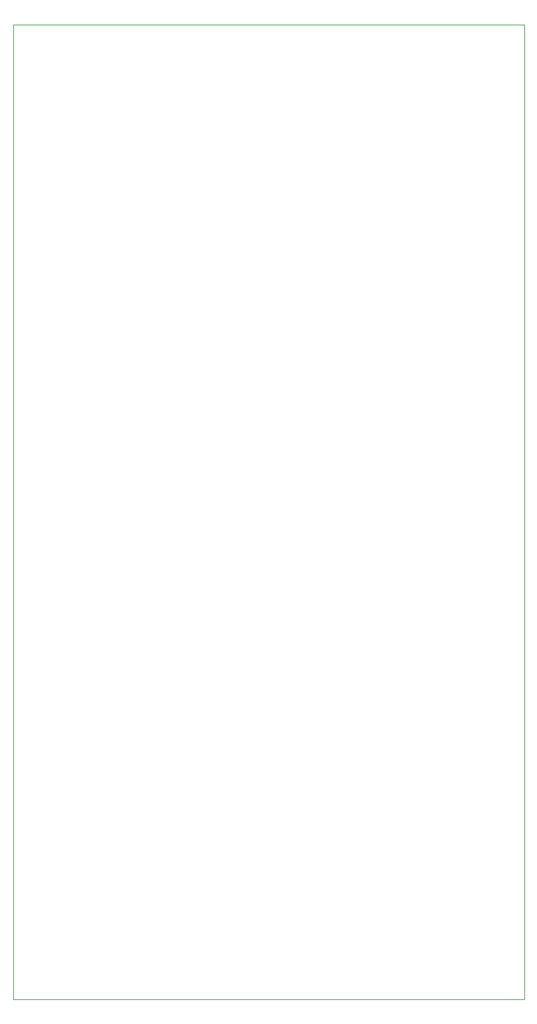
<source format=gbr>
%TF.GenerationSoftware,KiCad,Pcbnew,8.0.8*%
%TF.CreationDate,2025-02-01T21:35:17+01:00*%
%TF.ProjectId,pointMatrix,706f696e-744d-4617-9472-69782e6b6963,rev?*%
%TF.SameCoordinates,Original*%
%TF.FileFunction,Profile,NP*%
%FSLAX46Y46*%
G04 Gerber Fmt 4.6, Leading zero omitted, Abs format (unit mm)*
G04 Created by KiCad (PCBNEW 8.0.8) date 2025-02-01 21:35:17*
%MOMM*%
%LPD*%
G01*
G04 APERTURE LIST*
%TA.AperFunction,Profile*%
%ADD10C,0.050000*%
%TD*%
G04 APERTURE END LIST*
D10*
X68500000Y-51500000D02*
X137000000Y-51500000D01*
X137000000Y-182000000D01*
X68500000Y-182000000D01*
X68500000Y-51500000D01*
M02*

</source>
